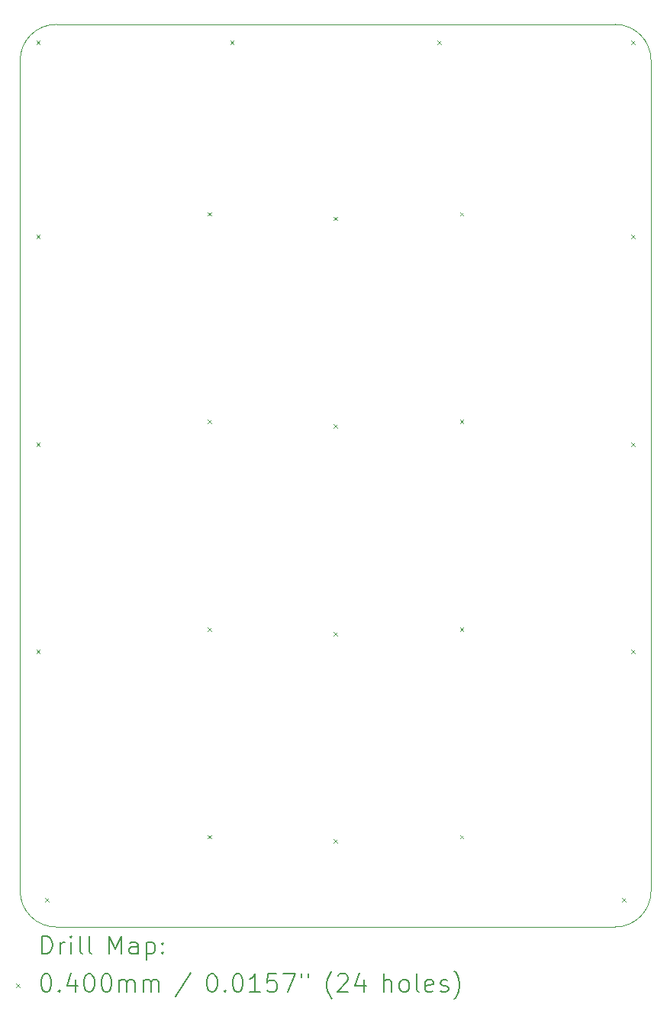
<source format=gbr>
%TF.GenerationSoftware,KiCad,Pcbnew,(7.0.0)*%
%TF.CreationDate,2023-02-28T17:37:01-07:00*%
%TF.ProjectId,keypad,6b657970-6164-42e6-9b69-6361645f7063,rev?*%
%TF.SameCoordinates,Original*%
%TF.FileFunction,Drillmap*%
%TF.FilePolarity,Positive*%
%FSLAX45Y45*%
G04 Gerber Fmt 4.5, Leading zero omitted, Abs format (unit mm)*
G04 Created by KiCad (PCBNEW (7.0.0)) date 2023-02-28 17:37:01*
%MOMM*%
%LPD*%
G01*
G04 APERTURE LIST*
%ADD10C,0.100000*%
%ADD11C,0.200000*%
%ADD12C,0.040000*%
G04 APERTURE END LIST*
D10*
X17800000Y-5400000D02*
G75*
G03*
X17400000Y-5000000I-400000J0D01*
G01*
X11200000Y-5000000D02*
G75*
G03*
X10800000Y-5400000I0J-400000D01*
G01*
X17400000Y-15000000D02*
X11200000Y-15000000D01*
X17800000Y-5400000D02*
X17800000Y-14600000D01*
X11200000Y-5000000D02*
X17400000Y-5000000D01*
X17400000Y-15000000D02*
G75*
G03*
X17800000Y-14600000I0J400000D01*
G01*
X10800000Y-14600000D02*
G75*
G03*
X11200000Y-15000000I400000J0D01*
G01*
X10800000Y-14600000D02*
X10800000Y-5400000D01*
D11*
D12*
X10980000Y-5180000D02*
X11020000Y-5220000D01*
X11020000Y-5180000D02*
X10980000Y-5220000D01*
X10980000Y-7330000D02*
X11020000Y-7370000D01*
X11020000Y-7330000D02*
X10980000Y-7370000D01*
X10980000Y-9630000D02*
X11020000Y-9670000D01*
X11020000Y-9630000D02*
X10980000Y-9670000D01*
X10980000Y-11930000D02*
X11020000Y-11970000D01*
X11020000Y-11930000D02*
X10980000Y-11970000D01*
X11080000Y-14680000D02*
X11120000Y-14720000D01*
X11120000Y-14680000D02*
X11080000Y-14720000D01*
X12880000Y-7080000D02*
X12920000Y-7120000D01*
X12920000Y-7080000D02*
X12880000Y-7120000D01*
X12880000Y-9380000D02*
X12920000Y-9420000D01*
X12920000Y-9380000D02*
X12880000Y-9420000D01*
X12880000Y-11680000D02*
X12920000Y-11720000D01*
X12920000Y-11680000D02*
X12880000Y-11720000D01*
X12880000Y-13980000D02*
X12920000Y-14020000D01*
X12920000Y-13980000D02*
X12880000Y-14020000D01*
X13130000Y-5180000D02*
X13170000Y-5220000D01*
X13170000Y-5180000D02*
X13130000Y-5220000D01*
X14280000Y-7130000D02*
X14320000Y-7170000D01*
X14320000Y-7130000D02*
X14280000Y-7170000D01*
X14280000Y-9430000D02*
X14320000Y-9470000D01*
X14320000Y-9430000D02*
X14280000Y-9470000D01*
X14280000Y-11730000D02*
X14320000Y-11770000D01*
X14320000Y-11730000D02*
X14280000Y-11770000D01*
X14280000Y-14030000D02*
X14320000Y-14070000D01*
X14320000Y-14030000D02*
X14280000Y-14070000D01*
X15430000Y-5180000D02*
X15470000Y-5220000D01*
X15470000Y-5180000D02*
X15430000Y-5220000D01*
X15680000Y-7080000D02*
X15720000Y-7120000D01*
X15720000Y-7080000D02*
X15680000Y-7120000D01*
X15680000Y-9380000D02*
X15720000Y-9420000D01*
X15720000Y-9380000D02*
X15680000Y-9420000D01*
X15680000Y-11680000D02*
X15720000Y-11720000D01*
X15720000Y-11680000D02*
X15680000Y-11720000D01*
X15680000Y-13980000D02*
X15720000Y-14020000D01*
X15720000Y-13980000D02*
X15680000Y-14020000D01*
X17480000Y-14680000D02*
X17520000Y-14720000D01*
X17520000Y-14680000D02*
X17480000Y-14720000D01*
X17580000Y-5180000D02*
X17620000Y-5220000D01*
X17620000Y-5180000D02*
X17580000Y-5220000D01*
X17580000Y-7330000D02*
X17620000Y-7370000D01*
X17620000Y-7330000D02*
X17580000Y-7370000D01*
X17580000Y-9630000D02*
X17620000Y-9670000D01*
X17620000Y-9630000D02*
X17580000Y-9670000D01*
X17580000Y-11930000D02*
X17620000Y-11970000D01*
X17620000Y-11930000D02*
X17580000Y-11970000D01*
D11*
X11042619Y-15298476D02*
X11042619Y-15098476D01*
X11042619Y-15098476D02*
X11090238Y-15098476D01*
X11090238Y-15098476D02*
X11118810Y-15108000D01*
X11118810Y-15108000D02*
X11137857Y-15127048D01*
X11137857Y-15127048D02*
X11147381Y-15146095D01*
X11147381Y-15146095D02*
X11156905Y-15184190D01*
X11156905Y-15184190D02*
X11156905Y-15212762D01*
X11156905Y-15212762D02*
X11147381Y-15250857D01*
X11147381Y-15250857D02*
X11137857Y-15269905D01*
X11137857Y-15269905D02*
X11118810Y-15288952D01*
X11118810Y-15288952D02*
X11090238Y-15298476D01*
X11090238Y-15298476D02*
X11042619Y-15298476D01*
X11242619Y-15298476D02*
X11242619Y-15165143D01*
X11242619Y-15203238D02*
X11252143Y-15184190D01*
X11252143Y-15184190D02*
X11261667Y-15174667D01*
X11261667Y-15174667D02*
X11280714Y-15165143D01*
X11280714Y-15165143D02*
X11299762Y-15165143D01*
X11366428Y-15298476D02*
X11366428Y-15165143D01*
X11366428Y-15098476D02*
X11356905Y-15108000D01*
X11356905Y-15108000D02*
X11366428Y-15117524D01*
X11366428Y-15117524D02*
X11375952Y-15108000D01*
X11375952Y-15108000D02*
X11366428Y-15098476D01*
X11366428Y-15098476D02*
X11366428Y-15117524D01*
X11490238Y-15298476D02*
X11471190Y-15288952D01*
X11471190Y-15288952D02*
X11461667Y-15269905D01*
X11461667Y-15269905D02*
X11461667Y-15098476D01*
X11595000Y-15298476D02*
X11575952Y-15288952D01*
X11575952Y-15288952D02*
X11566428Y-15269905D01*
X11566428Y-15269905D02*
X11566428Y-15098476D01*
X11791190Y-15298476D02*
X11791190Y-15098476D01*
X11791190Y-15098476D02*
X11857857Y-15241333D01*
X11857857Y-15241333D02*
X11924524Y-15098476D01*
X11924524Y-15098476D02*
X11924524Y-15298476D01*
X12105476Y-15298476D02*
X12105476Y-15193714D01*
X12105476Y-15193714D02*
X12095952Y-15174667D01*
X12095952Y-15174667D02*
X12076905Y-15165143D01*
X12076905Y-15165143D02*
X12038809Y-15165143D01*
X12038809Y-15165143D02*
X12019762Y-15174667D01*
X12105476Y-15288952D02*
X12086428Y-15298476D01*
X12086428Y-15298476D02*
X12038809Y-15298476D01*
X12038809Y-15298476D02*
X12019762Y-15288952D01*
X12019762Y-15288952D02*
X12010238Y-15269905D01*
X12010238Y-15269905D02*
X12010238Y-15250857D01*
X12010238Y-15250857D02*
X12019762Y-15231809D01*
X12019762Y-15231809D02*
X12038809Y-15222286D01*
X12038809Y-15222286D02*
X12086428Y-15222286D01*
X12086428Y-15222286D02*
X12105476Y-15212762D01*
X12200714Y-15165143D02*
X12200714Y-15365143D01*
X12200714Y-15174667D02*
X12219762Y-15165143D01*
X12219762Y-15165143D02*
X12257857Y-15165143D01*
X12257857Y-15165143D02*
X12276905Y-15174667D01*
X12276905Y-15174667D02*
X12286428Y-15184190D01*
X12286428Y-15184190D02*
X12295952Y-15203238D01*
X12295952Y-15203238D02*
X12295952Y-15260381D01*
X12295952Y-15260381D02*
X12286428Y-15279428D01*
X12286428Y-15279428D02*
X12276905Y-15288952D01*
X12276905Y-15288952D02*
X12257857Y-15298476D01*
X12257857Y-15298476D02*
X12219762Y-15298476D01*
X12219762Y-15298476D02*
X12200714Y-15288952D01*
X12381667Y-15279428D02*
X12391190Y-15288952D01*
X12391190Y-15288952D02*
X12381667Y-15298476D01*
X12381667Y-15298476D02*
X12372143Y-15288952D01*
X12372143Y-15288952D02*
X12381667Y-15279428D01*
X12381667Y-15279428D02*
X12381667Y-15298476D01*
X12381667Y-15174667D02*
X12391190Y-15184190D01*
X12391190Y-15184190D02*
X12381667Y-15193714D01*
X12381667Y-15193714D02*
X12372143Y-15184190D01*
X12372143Y-15184190D02*
X12381667Y-15174667D01*
X12381667Y-15174667D02*
X12381667Y-15193714D01*
D12*
X10755000Y-15625000D02*
X10795000Y-15665000D01*
X10795000Y-15625000D02*
X10755000Y-15665000D01*
D11*
X11080714Y-15518476D02*
X11099762Y-15518476D01*
X11099762Y-15518476D02*
X11118810Y-15528000D01*
X11118810Y-15528000D02*
X11128333Y-15537524D01*
X11128333Y-15537524D02*
X11137857Y-15556571D01*
X11137857Y-15556571D02*
X11147381Y-15594667D01*
X11147381Y-15594667D02*
X11147381Y-15642286D01*
X11147381Y-15642286D02*
X11137857Y-15680381D01*
X11137857Y-15680381D02*
X11128333Y-15699428D01*
X11128333Y-15699428D02*
X11118810Y-15708952D01*
X11118810Y-15708952D02*
X11099762Y-15718476D01*
X11099762Y-15718476D02*
X11080714Y-15718476D01*
X11080714Y-15718476D02*
X11061667Y-15708952D01*
X11061667Y-15708952D02*
X11052143Y-15699428D01*
X11052143Y-15699428D02*
X11042619Y-15680381D01*
X11042619Y-15680381D02*
X11033095Y-15642286D01*
X11033095Y-15642286D02*
X11033095Y-15594667D01*
X11033095Y-15594667D02*
X11042619Y-15556571D01*
X11042619Y-15556571D02*
X11052143Y-15537524D01*
X11052143Y-15537524D02*
X11061667Y-15528000D01*
X11061667Y-15528000D02*
X11080714Y-15518476D01*
X11233095Y-15699428D02*
X11242619Y-15708952D01*
X11242619Y-15708952D02*
X11233095Y-15718476D01*
X11233095Y-15718476D02*
X11223571Y-15708952D01*
X11223571Y-15708952D02*
X11233095Y-15699428D01*
X11233095Y-15699428D02*
X11233095Y-15718476D01*
X11414048Y-15585143D02*
X11414048Y-15718476D01*
X11366428Y-15508952D02*
X11318809Y-15651809D01*
X11318809Y-15651809D02*
X11442619Y-15651809D01*
X11556905Y-15518476D02*
X11575952Y-15518476D01*
X11575952Y-15518476D02*
X11595000Y-15528000D01*
X11595000Y-15528000D02*
X11604524Y-15537524D01*
X11604524Y-15537524D02*
X11614048Y-15556571D01*
X11614048Y-15556571D02*
X11623571Y-15594667D01*
X11623571Y-15594667D02*
X11623571Y-15642286D01*
X11623571Y-15642286D02*
X11614048Y-15680381D01*
X11614048Y-15680381D02*
X11604524Y-15699428D01*
X11604524Y-15699428D02*
X11595000Y-15708952D01*
X11595000Y-15708952D02*
X11575952Y-15718476D01*
X11575952Y-15718476D02*
X11556905Y-15718476D01*
X11556905Y-15718476D02*
X11537857Y-15708952D01*
X11537857Y-15708952D02*
X11528333Y-15699428D01*
X11528333Y-15699428D02*
X11518809Y-15680381D01*
X11518809Y-15680381D02*
X11509286Y-15642286D01*
X11509286Y-15642286D02*
X11509286Y-15594667D01*
X11509286Y-15594667D02*
X11518809Y-15556571D01*
X11518809Y-15556571D02*
X11528333Y-15537524D01*
X11528333Y-15537524D02*
X11537857Y-15528000D01*
X11537857Y-15528000D02*
X11556905Y-15518476D01*
X11747381Y-15518476D02*
X11766429Y-15518476D01*
X11766429Y-15518476D02*
X11785476Y-15528000D01*
X11785476Y-15528000D02*
X11795000Y-15537524D01*
X11795000Y-15537524D02*
X11804524Y-15556571D01*
X11804524Y-15556571D02*
X11814048Y-15594667D01*
X11814048Y-15594667D02*
X11814048Y-15642286D01*
X11814048Y-15642286D02*
X11804524Y-15680381D01*
X11804524Y-15680381D02*
X11795000Y-15699428D01*
X11795000Y-15699428D02*
X11785476Y-15708952D01*
X11785476Y-15708952D02*
X11766429Y-15718476D01*
X11766429Y-15718476D02*
X11747381Y-15718476D01*
X11747381Y-15718476D02*
X11728333Y-15708952D01*
X11728333Y-15708952D02*
X11718809Y-15699428D01*
X11718809Y-15699428D02*
X11709286Y-15680381D01*
X11709286Y-15680381D02*
X11699762Y-15642286D01*
X11699762Y-15642286D02*
X11699762Y-15594667D01*
X11699762Y-15594667D02*
X11709286Y-15556571D01*
X11709286Y-15556571D02*
X11718809Y-15537524D01*
X11718809Y-15537524D02*
X11728333Y-15528000D01*
X11728333Y-15528000D02*
X11747381Y-15518476D01*
X11899762Y-15718476D02*
X11899762Y-15585143D01*
X11899762Y-15604190D02*
X11909286Y-15594667D01*
X11909286Y-15594667D02*
X11928333Y-15585143D01*
X11928333Y-15585143D02*
X11956905Y-15585143D01*
X11956905Y-15585143D02*
X11975952Y-15594667D01*
X11975952Y-15594667D02*
X11985476Y-15613714D01*
X11985476Y-15613714D02*
X11985476Y-15718476D01*
X11985476Y-15613714D02*
X11995000Y-15594667D01*
X11995000Y-15594667D02*
X12014048Y-15585143D01*
X12014048Y-15585143D02*
X12042619Y-15585143D01*
X12042619Y-15585143D02*
X12061667Y-15594667D01*
X12061667Y-15594667D02*
X12071190Y-15613714D01*
X12071190Y-15613714D02*
X12071190Y-15718476D01*
X12166429Y-15718476D02*
X12166429Y-15585143D01*
X12166429Y-15604190D02*
X12175952Y-15594667D01*
X12175952Y-15594667D02*
X12195000Y-15585143D01*
X12195000Y-15585143D02*
X12223571Y-15585143D01*
X12223571Y-15585143D02*
X12242619Y-15594667D01*
X12242619Y-15594667D02*
X12252143Y-15613714D01*
X12252143Y-15613714D02*
X12252143Y-15718476D01*
X12252143Y-15613714D02*
X12261667Y-15594667D01*
X12261667Y-15594667D02*
X12280714Y-15585143D01*
X12280714Y-15585143D02*
X12309286Y-15585143D01*
X12309286Y-15585143D02*
X12328333Y-15594667D01*
X12328333Y-15594667D02*
X12337857Y-15613714D01*
X12337857Y-15613714D02*
X12337857Y-15718476D01*
X12695952Y-15508952D02*
X12524524Y-15766095D01*
X12920714Y-15518476D02*
X12939762Y-15518476D01*
X12939762Y-15518476D02*
X12958810Y-15528000D01*
X12958810Y-15528000D02*
X12968333Y-15537524D01*
X12968333Y-15537524D02*
X12977857Y-15556571D01*
X12977857Y-15556571D02*
X12987381Y-15594667D01*
X12987381Y-15594667D02*
X12987381Y-15642286D01*
X12987381Y-15642286D02*
X12977857Y-15680381D01*
X12977857Y-15680381D02*
X12968333Y-15699428D01*
X12968333Y-15699428D02*
X12958810Y-15708952D01*
X12958810Y-15708952D02*
X12939762Y-15718476D01*
X12939762Y-15718476D02*
X12920714Y-15718476D01*
X12920714Y-15718476D02*
X12901667Y-15708952D01*
X12901667Y-15708952D02*
X12892143Y-15699428D01*
X12892143Y-15699428D02*
X12882619Y-15680381D01*
X12882619Y-15680381D02*
X12873095Y-15642286D01*
X12873095Y-15642286D02*
X12873095Y-15594667D01*
X12873095Y-15594667D02*
X12882619Y-15556571D01*
X12882619Y-15556571D02*
X12892143Y-15537524D01*
X12892143Y-15537524D02*
X12901667Y-15528000D01*
X12901667Y-15528000D02*
X12920714Y-15518476D01*
X13073095Y-15699428D02*
X13082619Y-15708952D01*
X13082619Y-15708952D02*
X13073095Y-15718476D01*
X13073095Y-15718476D02*
X13063571Y-15708952D01*
X13063571Y-15708952D02*
X13073095Y-15699428D01*
X13073095Y-15699428D02*
X13073095Y-15718476D01*
X13206429Y-15518476D02*
X13225476Y-15518476D01*
X13225476Y-15518476D02*
X13244524Y-15528000D01*
X13244524Y-15528000D02*
X13254048Y-15537524D01*
X13254048Y-15537524D02*
X13263571Y-15556571D01*
X13263571Y-15556571D02*
X13273095Y-15594667D01*
X13273095Y-15594667D02*
X13273095Y-15642286D01*
X13273095Y-15642286D02*
X13263571Y-15680381D01*
X13263571Y-15680381D02*
X13254048Y-15699428D01*
X13254048Y-15699428D02*
X13244524Y-15708952D01*
X13244524Y-15708952D02*
X13225476Y-15718476D01*
X13225476Y-15718476D02*
X13206429Y-15718476D01*
X13206429Y-15718476D02*
X13187381Y-15708952D01*
X13187381Y-15708952D02*
X13177857Y-15699428D01*
X13177857Y-15699428D02*
X13168333Y-15680381D01*
X13168333Y-15680381D02*
X13158810Y-15642286D01*
X13158810Y-15642286D02*
X13158810Y-15594667D01*
X13158810Y-15594667D02*
X13168333Y-15556571D01*
X13168333Y-15556571D02*
X13177857Y-15537524D01*
X13177857Y-15537524D02*
X13187381Y-15528000D01*
X13187381Y-15528000D02*
X13206429Y-15518476D01*
X13463571Y-15718476D02*
X13349286Y-15718476D01*
X13406429Y-15718476D02*
X13406429Y-15518476D01*
X13406429Y-15518476D02*
X13387381Y-15547048D01*
X13387381Y-15547048D02*
X13368333Y-15566095D01*
X13368333Y-15566095D02*
X13349286Y-15575619D01*
X13644524Y-15518476D02*
X13549286Y-15518476D01*
X13549286Y-15518476D02*
X13539762Y-15613714D01*
X13539762Y-15613714D02*
X13549286Y-15604190D01*
X13549286Y-15604190D02*
X13568333Y-15594667D01*
X13568333Y-15594667D02*
X13615952Y-15594667D01*
X13615952Y-15594667D02*
X13635000Y-15604190D01*
X13635000Y-15604190D02*
X13644524Y-15613714D01*
X13644524Y-15613714D02*
X13654048Y-15632762D01*
X13654048Y-15632762D02*
X13654048Y-15680381D01*
X13654048Y-15680381D02*
X13644524Y-15699428D01*
X13644524Y-15699428D02*
X13635000Y-15708952D01*
X13635000Y-15708952D02*
X13615952Y-15718476D01*
X13615952Y-15718476D02*
X13568333Y-15718476D01*
X13568333Y-15718476D02*
X13549286Y-15708952D01*
X13549286Y-15708952D02*
X13539762Y-15699428D01*
X13720714Y-15518476D02*
X13854048Y-15518476D01*
X13854048Y-15518476D02*
X13768333Y-15718476D01*
X13920714Y-15518476D02*
X13920714Y-15556571D01*
X13996905Y-15518476D02*
X13996905Y-15556571D01*
X14259762Y-15794667D02*
X14250238Y-15785143D01*
X14250238Y-15785143D02*
X14231191Y-15756571D01*
X14231191Y-15756571D02*
X14221667Y-15737524D01*
X14221667Y-15737524D02*
X14212143Y-15708952D01*
X14212143Y-15708952D02*
X14202619Y-15661333D01*
X14202619Y-15661333D02*
X14202619Y-15623238D01*
X14202619Y-15623238D02*
X14212143Y-15575619D01*
X14212143Y-15575619D02*
X14221667Y-15547048D01*
X14221667Y-15547048D02*
X14231191Y-15528000D01*
X14231191Y-15528000D02*
X14250238Y-15499428D01*
X14250238Y-15499428D02*
X14259762Y-15489905D01*
X14326429Y-15537524D02*
X14335952Y-15528000D01*
X14335952Y-15528000D02*
X14355000Y-15518476D01*
X14355000Y-15518476D02*
X14402619Y-15518476D01*
X14402619Y-15518476D02*
X14421667Y-15528000D01*
X14421667Y-15528000D02*
X14431191Y-15537524D01*
X14431191Y-15537524D02*
X14440714Y-15556571D01*
X14440714Y-15556571D02*
X14440714Y-15575619D01*
X14440714Y-15575619D02*
X14431191Y-15604190D01*
X14431191Y-15604190D02*
X14316905Y-15718476D01*
X14316905Y-15718476D02*
X14440714Y-15718476D01*
X14612143Y-15585143D02*
X14612143Y-15718476D01*
X14564524Y-15508952D02*
X14516905Y-15651809D01*
X14516905Y-15651809D02*
X14640714Y-15651809D01*
X14836905Y-15718476D02*
X14836905Y-15518476D01*
X14922619Y-15718476D02*
X14922619Y-15613714D01*
X14922619Y-15613714D02*
X14913095Y-15594667D01*
X14913095Y-15594667D02*
X14894048Y-15585143D01*
X14894048Y-15585143D02*
X14865476Y-15585143D01*
X14865476Y-15585143D02*
X14846429Y-15594667D01*
X14846429Y-15594667D02*
X14836905Y-15604190D01*
X15046429Y-15718476D02*
X15027381Y-15708952D01*
X15027381Y-15708952D02*
X15017857Y-15699428D01*
X15017857Y-15699428D02*
X15008333Y-15680381D01*
X15008333Y-15680381D02*
X15008333Y-15623238D01*
X15008333Y-15623238D02*
X15017857Y-15604190D01*
X15017857Y-15604190D02*
X15027381Y-15594667D01*
X15027381Y-15594667D02*
X15046429Y-15585143D01*
X15046429Y-15585143D02*
X15075000Y-15585143D01*
X15075000Y-15585143D02*
X15094048Y-15594667D01*
X15094048Y-15594667D02*
X15103572Y-15604190D01*
X15103572Y-15604190D02*
X15113095Y-15623238D01*
X15113095Y-15623238D02*
X15113095Y-15680381D01*
X15113095Y-15680381D02*
X15103572Y-15699428D01*
X15103572Y-15699428D02*
X15094048Y-15708952D01*
X15094048Y-15708952D02*
X15075000Y-15718476D01*
X15075000Y-15718476D02*
X15046429Y-15718476D01*
X15227381Y-15718476D02*
X15208333Y-15708952D01*
X15208333Y-15708952D02*
X15198810Y-15689905D01*
X15198810Y-15689905D02*
X15198810Y-15518476D01*
X15379762Y-15708952D02*
X15360714Y-15718476D01*
X15360714Y-15718476D02*
X15322619Y-15718476D01*
X15322619Y-15718476D02*
X15303572Y-15708952D01*
X15303572Y-15708952D02*
X15294048Y-15689905D01*
X15294048Y-15689905D02*
X15294048Y-15613714D01*
X15294048Y-15613714D02*
X15303572Y-15594667D01*
X15303572Y-15594667D02*
X15322619Y-15585143D01*
X15322619Y-15585143D02*
X15360714Y-15585143D01*
X15360714Y-15585143D02*
X15379762Y-15594667D01*
X15379762Y-15594667D02*
X15389286Y-15613714D01*
X15389286Y-15613714D02*
X15389286Y-15632762D01*
X15389286Y-15632762D02*
X15294048Y-15651809D01*
X15465476Y-15708952D02*
X15484524Y-15718476D01*
X15484524Y-15718476D02*
X15522619Y-15718476D01*
X15522619Y-15718476D02*
X15541667Y-15708952D01*
X15541667Y-15708952D02*
X15551191Y-15689905D01*
X15551191Y-15689905D02*
X15551191Y-15680381D01*
X15551191Y-15680381D02*
X15541667Y-15661333D01*
X15541667Y-15661333D02*
X15522619Y-15651809D01*
X15522619Y-15651809D02*
X15494048Y-15651809D01*
X15494048Y-15651809D02*
X15475000Y-15642286D01*
X15475000Y-15642286D02*
X15465476Y-15623238D01*
X15465476Y-15623238D02*
X15465476Y-15613714D01*
X15465476Y-15613714D02*
X15475000Y-15594667D01*
X15475000Y-15594667D02*
X15494048Y-15585143D01*
X15494048Y-15585143D02*
X15522619Y-15585143D01*
X15522619Y-15585143D02*
X15541667Y-15594667D01*
X15617857Y-15794667D02*
X15627381Y-15785143D01*
X15627381Y-15785143D02*
X15646429Y-15756571D01*
X15646429Y-15756571D02*
X15655953Y-15737524D01*
X15655953Y-15737524D02*
X15665476Y-15708952D01*
X15665476Y-15708952D02*
X15675000Y-15661333D01*
X15675000Y-15661333D02*
X15675000Y-15623238D01*
X15675000Y-15623238D02*
X15665476Y-15575619D01*
X15665476Y-15575619D02*
X15655953Y-15547048D01*
X15655953Y-15547048D02*
X15646429Y-15528000D01*
X15646429Y-15528000D02*
X15627381Y-15499428D01*
X15627381Y-15499428D02*
X15617857Y-15489905D01*
M02*

</source>
